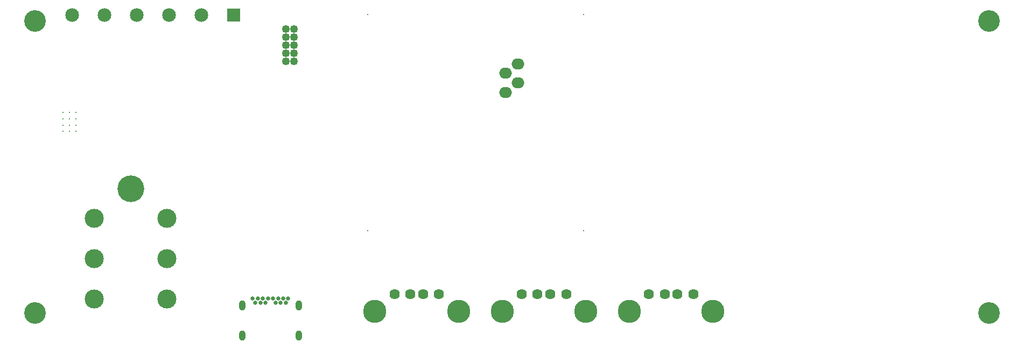
<source format=gbs>
G04 =========================================*
G04 Numerical Innovations - Layer Information*
G04 Units: English*
G04 Purpose: Mask Bottom*
G04 Material: Solder Resist*
G04 =========================================*
G04 FAB 3000 Version 8.3.44 (64-bit) - Gerber/CAM Software*
G04 RS274-X Output*
%FSLAX35Y35*%
%MIA0B0*%
%MOIN*%
%SFA1.000000B1.000000*%

%IPPOS*%
%AMROUNDEDRECTD125*
4,1,4,0.019685,0.011810,
-0.019685,0.011810,
-0.019685,-0.011810,
0.019685,-0.011810,
0.019685,0.011810,0.0*
4,1,4,0.000500,0.031495,
-0.000500,0.031495,
-0.000500,-0.031495,
0.000500,-0.031495,
0.000500,0.031495,0.0*
1,1,0.039370,0.000000,-0.011810*
1,1,0.039370,0.000000,-0.011810*
1,1,0.039370,0.000000,0.011810*
1,1,0.039370,0.000000,0.011810*
%
%ADD10C,0.010000*%
%ADD13C,0.019680*%
%ADD115O,0.078870X0.067060*%
%ADD116C,0.008000*%
%ADD117C,0.084770*%
%ADD118R,0.084770X0.084770*%
%ADD119C,0.049340*%
%ADD120C,0.063910*%
%ADD121C,0.143830*%
%ADD122C,0.118240*%
%ADD123C,0.165480*%
%ADD124C,0.133980*%
%ADD125ROUNDEDRECTD125*%
%ADD126C,0.025590*%
%ADD127C,0.007870*%
%ADD128C,0.015750*%
%ADD129C,0.039370*%
%ADD130C,0.013780*%
%ADD133O,0.070870X0.059060*%
%ADD134C,0.076770*%
%ADD135R,0.076770X0.076770*%
%ADD136C,0.041340*%
%ADD137C,0.055910*%
%ADD138C,0.135830*%
%ADD139C,0.110240*%
%ADD140C,0.157480*%
%ADD141C,0.125980*%
%ADD142C,0.031500*%
%ADD143C,0.055120*%
%ADD144C,0.019680*%
%LNuP-H Main PCBA Assy V04_0*%
%LPD*%
G54D122*
X132677Y208465D03*
Y183465D03*
Y158465D03*
G54D117*
X154016Y334252D03*
G54D118*
X174016D03*
G54D125*
X179252Y154252D03*
G54D126*
X188976Y158780D03*
X185827D03*
X192126D03*
X195276D03*
X193701Y156024D03*
X187402D03*
X190551D03*
G54D125*
X179252Y135630D03*
G54D122*
X87795Y158465D03*
G54D124*
X51181Y149606D03*
G54D123*
X110236Y226693D03*
G54D122*
X87795Y208465D03*
Y183465D03*
G54D121*
X419016Y150709D03*
G54D120*
X431102Y161378D03*
X458661D03*
X448819D03*
X440945D03*
G54D124*
X641732Y149606D03*
Y330709D03*
G54D121*
X470748Y150709D03*
G54D120*
X301181Y161378D03*
G54D115*
X350118Y304134D03*
X342244Y286417D03*
X350118Y292323D03*
X342244Y298228D03*
G54D116*
X390748Y334646D03*
Y200787D03*
G54D120*
X362205Y161378D03*
X370079D03*
X379921D03*
X352362D03*
G54D121*
X340276Y150709D03*
X392008D03*
X313268D03*
G54D116*
X256890Y334646D03*
Y200787D03*
G54D120*
X291339Y161378D03*
X283465D03*
X273622D03*
G54D121*
X261535Y150709D03*
G54D126*
X201575Y158780D03*
X204724D03*
X207874D03*
X198425D03*
X206299Y156024D03*
X203150D03*
X200000D03*
G54D125*
X214449Y135630D03*
Y154252D03*
G54D119*
X211426Y305574D03*
Y310575D03*
X206426Y315575D03*
Y320574D03*
X211426Y325574D03*
X206426D03*
X211426Y320574D03*
Y315575D03*
X206426Y310575D03*
Y305574D03*
G54D127*
X72280Y274026D03*
X76217D03*
X68343D03*
Y270089D03*
Y266152D03*
Y262215D03*
X76217D03*
X72280D03*
X76217Y266152D03*
X72280D03*
X76217Y270089D03*
X72280D03*
G54D124*
X51181Y330709D03*
G54D117*
X114016Y334252D03*
X134016D03*
X94016D03*
X74016D03*
M02*
</source>
